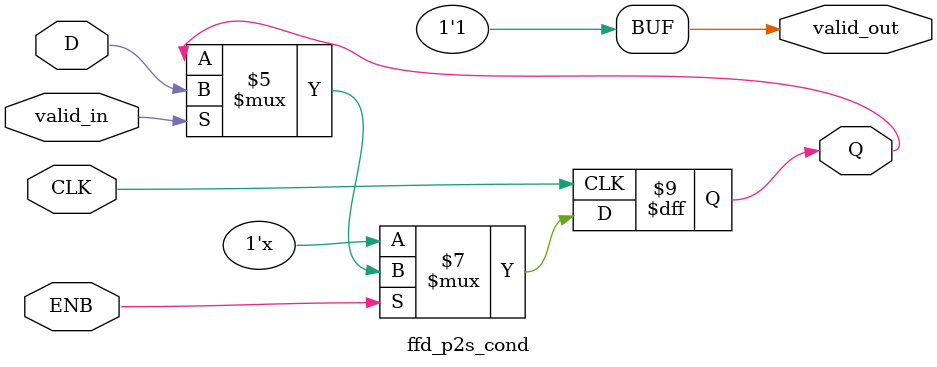
<source format=v>
module ffd_p2s_cond(input CLK,
                    input D,
                    input ENB,
                    input valid_in,
                    output reg Q,
                    output reg valid_out
                    );

  always @ (posedge CLK) begin
    if (ENB) begin
      if (valid_in) begin
        Q <= D;
      end else begin
        Q <= Q;
      end
    end else begin
      Q <= 1'bz;
      // Q <= Q;
    end
  end

  always @ (D) begin
    valid_out = 1'b1;
  end

endmodule

</source>
